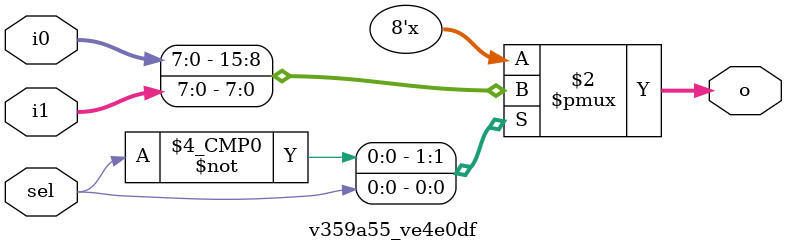
<source format=v>

`default_nettype none

module main #(
 parameter v7dcc91 = 44,
 parameter vc7e15e = 16,
 parameter vcb8c66 = 16,
 parameter vb4c034 = 32,
 parameter vfc27ae = 36,
 parameter v4ecf88 = 64,
 parameter v70f00e = 192,
 parameter v824f7d = 16
) (
 input [7:0] vc75b49,
 input [7:0] ve0ce24,
 input [7:0] v3610ac,
 input [7:0] v55960f,
 input [7:0] vfc5572,
 input [7:0] v72c72a,
 input [7:0] v49e9c8,
 input [7:0] v8a86c8,
 input [7:0] v604fda,
 output [7:0] ve6d7e4,
 output [7:0] v7c37d9,
 output [7:0] vfd9d0f,
 output [0:7] vinit
);
 localparam p27 = vb4c034;
 localparam p28 = vfc27ae;
 localparam p29 = v4ecf88;
 localparam p30 = v70f00e;
 localparam p34 = v824f7d;
 localparam p43 = vcb8c66;
 localparam p48 = v7dcc91;
 localparam p49 = vc7e15e;
 wire [0:7] w0;
 wire [0:7] w1;
 wire [0:7] w2;
 wire [0:6] w3;
 wire [0:6] w4;
 wire w5;
 wire w6;
 wire w7;
 wire w8;
 wire w9;
 wire w10;
 wire [0:7] w11;
 wire [0:3] w12;
 wire w13;
 wire w14;
 wire w15;
 wire w16;
 wire w17;
 wire w18;
 wire w19;
 wire w20;
 wire [0:7] w21;
 wire [0:7] w22;
 wire [0:7] w23;
 wire [0:1] w24;
 wire [0:7] w25;
 wire [0:7] w26;
 wire [0:7] w31;
 wire [0:7] w32;
 wire [0:7] w33;
 wire [0:7] w35;
 wire [0:7] w36;
 wire [0:7] w37;
 wire [0:7] w38;
 wire [0:7] w39;
 wire [0:7] w40;
 wire [0:7] w41;
 wire [0:7] w42;
 wire [0:1] w44;
 wire [0:7] w45;
 wire [0:7] w46;
 wire w47;
 wire [0:7] w50;
 wire [0:7] w51;
 wire [0:7] w52;
 wire [0:7] w53;
 wire [0:7] w54;
 wire [0:7] w55;
 wire [0:7] w56;
 wire [0:7] w57;
 wire [0:7] w58;
 wire [0:7] w59;
 wire [0:7] w60;
 wire [0:7] w61;
 wire [0:7] w62;
 wire [0:7] w63;
 wire [0:7] w64;
 wire [0:7] w65;
 wire [0:7] w66;
 wire [0:7] w67;
 wire [0:7] w68;
 wire [0:7] w69;
 wire [0:7] w70;
 wire [0:7] w71;
 wire [0:7] w72;
 wire [0:7] w73;
 wire [0:7] w74;
 wire [0:7] w75;
 wire [0:7] w76;
 wire [0:7] w77;
 wire [0:7] w78;
 wire [0:7] w79;
 wire [0:3] w80;
 wire [0:3] w81;
 wire [0:7] w82;
 wire [0:3] w83;
 wire [0:3] w84;
 wire [0:3] w85;
 wire [0:7] w86;
 wire [0:7] w87;
 wire [0:7] w88;
 wire [0:7] w89;
 assign w22 = vfc5572;
 assign ve6d7e4 = w23;
 assign w54 = vc75b49;
 assign w56 = ve0ce24;
 assign w57 = ve0ce24;
 assign w58 = ve0ce24;
 assign w59 = ve0ce24;
 assign w60 = ve0ce24;
 assign w61 = ve0ce24;
 assign w62 = ve0ce24;
 assign w63 = ve0ce24;
 assign w64 = ve0ce24;
 assign w65 = ve0ce24;
 assign w66 = ve0ce24;
 assign w67 = ve0ce24;
 assign v7c37d9 = w67;
 assign w70 = v3610ac;
 assign w71 = v3610ac;
 assign w72 = v3610ac;
 assign w73 = v3610ac;
 assign w74 = v3610ac;
 assign w75 = v3610ac;
 assign w76 = v3610ac;
 assign w78 = v55960f;
 assign w89 = v8a86c8;
 assign w8 = w5;
 assign w9 = w5;
 assign w9 = w8;
 assign w10 = w6;
 assign w13 = w6;
 assign w13 = w10;
 assign w15 = w5;
 assign w15 = w8;
 assign w15 = w9;
 assign w17 = w7;
 assign w19 = w18;
 assign w20 = w18;
 assign w20 = w19;
 assign w25 = w21;
 assign w33 = w26;
 assign w36 = w35;
 assign w37 = w35;
 assign w37 = w36;
 assign w38 = w35;
 assign w38 = w36;
 assign w38 = w37;
 assign w39 = w35;
 assign w39 = w36;
 assign w39 = w37;
 assign w39 = w38;
 assign w40 = w35;
 assign w40 = w36;
 assign w40 = w37;
 assign w40 = w38;
 assign w40 = w39;
 assign w41 = w35;
 assign w41 = w36;
 assign w41 = w37;
 assign w41 = w38;
 assign w41 = w39;
 assign w41 = w40;
 assign w42 = w35;
 assign w42 = w36;
 assign w42 = w37;
 assign w42 = w38;
 assign w42 = w39;
 assign w42 = w40;
 assign w42 = w41;
 assign w57 = w56;
 assign w58 = w56;
 assign w58 = w57;
 assign w59 = w56;
 assign w59 = w57;
 assign w59 = w58;
 assign w60 = w56;
 assign w60 = w57;
 assign w60 = w58;
 assign w60 = w59;
 assign w61 = w56;
 assign w61 = w57;
 assign w61 = w58;
 assign w61 = w59;
 assign w61 = w60;
 assign w62 = w56;
 assign w62 = w57;
 assign w62 = w58;
 assign w62 = w59;
 assign w62 = w60;
 assign w62 = w61;
 assign w63 = w56;
 assign w63 = w57;
 assign w63 = w58;
 assign w63 = w59;
 assign w63 = w60;
 assign w63 = w61;
 assign w63 = w62;
 assign w64 = w56;
 assign w64 = w57;
 assign w64 = w58;
 assign w64 = w59;
 assign w64 = w60;
 assign w64 = w61;
 assign w64 = w62;
 assign w64 = w63;
 assign w65 = w56;
 assign w65 = w57;
 assign w65 = w58;
 assign w65 = w59;
 assign w65 = w60;
 assign w65 = w61;
 assign w65 = w62;
 assign w65 = w63;
 assign w65 = w64;
 assign w66 = w56;
 assign w66 = w57;
 assign w66 = w58;
 assign w66 = w59;
 assign w66 = w60;
 assign w66 = w61;
 assign w66 = w62;
 assign w66 = w63;
 assign w66 = w64;
 assign w66 = w65;
 assign w67 = w56;
 assign w67 = w57;
 assign w67 = w58;
 assign w67 = w59;
 assign w67 = w60;
 assign w67 = w61;
 assign w67 = w62;
 assign w67 = w63;
 assign w67 = w64;
 assign w67 = w65;
 assign w67 = w66;
 assign w71 = w70;
 assign w72 = w70;
 assign w72 = w71;
 assign w73 = w70;
 assign w73 = w71;
 assign w73 = w72;
 assign w74 = w70;
 assign w74 = w71;
 assign w74 = w72;
 assign w74 = w73;
 assign w75 = w70;
 assign w75 = w71;
 assign w75 = w72;
 assign w75 = w73;
 assign w75 = w74;
 assign w76 = w70;
 assign w76 = w71;
 assign w76 = w72;
 assign w76 = w73;
 assign w76 = w74;
 assign w76 = w75;
 assign w81 = w80;
 assign w84 = w83;
 assign w85 = w83;
 assign w85 = w84;
 v36136f v2c9959 (
  .v5be714(w57),
  .v593755(w71),
  .vd006e6(w88)
 );
 v323be2 v8bf8fe (
  .v3515d4(w0),
  .v9bea93(w70)
 );
 v7d7474 vb06c37 (
  .ve41da3(w0),
  .v9c083a(w1)
 );
 v36136f vf52c15 (
  .v593755(w1),
  .v5be714(w56),
  .vd006e6(w87)
 );
 v85651a vc31643 (
  .vea7b5b(w60),
  .vc96239(w73),
  .v274c22(w82)
 );
 v323be2 v760dc4 (
  .v9bea93(w2),
  .v3515d4(w79)
 );
 v85651a vd0cd61 (
  .v274c22(w2),
  .vea7b5b(w59),
  .vc96239(w72)
 );
 vaf6fc9 v7d8ceb (
  .vb61f66(w3),
  .va191ad(w69)
 );
 vc80943 v15df47 (
  .v1ec852(w3),
  .v595263(w62)
 );
 v6348d5 v2201b2 (
  .vcff9d0(w4),
  .v869a97(w77)
 );
 vc80943 va17d28 (
  .v1ec852(w4),
  .v595263(w61)
 );
 v27fd6d vb1a3a7 (
  .v18e78c(w6),
  .v9892c7(w64),
  .v9f69ad(w75)
 );
 va21ae0 v538e54 (
  .v18e78c(w5),
  .v4145bb(w63),
  .v40cb98(w74)
 );
 v24496a v75955a (
  .v0e28cb(w5),
  .v3ca442(w6),
  .vcbab45(w7)
 );
 v528969 v7d7539 (
  .v0e28cb(w7),
  .v3ca442(w8),
  .vcbab45(w16)
 );
 v528969 v7e0594 (
  .v0e28cb(w9),
  .v3ca442(w10),
  .vcbab45(w14)
 );
 v36136f v90000b (
  .v593755(w11),
  .v5be714(w58),
  .vd006e6(w86)
 );
 v917222 vd81517 (
  .va191ad(w11),
  .v285646(w12),
  .v766044(w83)
 );
 va0b8df ve9245a (
  .va50a91(w12)
 );
 v7263b9 v74e9a4 (
  .v737e15(w13),
  .vf0dd0a(w14),
  .v15c355(w15),
  .v1b2099(w16),
  .ve5ee9d(w17),
  .v7fcaae(w18),
  .v858373(w19),
  .v21d803(w20),
  .va191ad(w53)
 );
 v21cfcc v214df7 (
  .v9fb85f(w18)
 );
 v49d51e vd141a5 (
  .vbdd51f(w21),
  .v3fb88b(w23),
  .vb4ed69(w25),
  .vcd2a33(w53),
  .v31c944(w55),
  .v06410a(w68),
  .v71c62f(w69),
  .va541fd(w77),
  .v9b8a50(w79),
  .ve81325(w80),
  .v30db33(w82),
  .v21e136(w86),
  .v062092(w87),
  .v3d1227(w88)
 );
 v3bf99b vb4fc85 (
  .vb096dc(w21)
 );
 v73403c v068e8c (
  .v595263(w22),
  .vf9119c(w80),
  .v85accc(w83)
 );
 v70125e vfcd93f (
  .ve57f84(w24),
  .v3d1227(w54),
  .v062092(w65),
  .v3fb88b(w68),
  .v21e136(w76),
  .vbdd51f(w78)
 );
 v18cbcb v5bc727 (
  .v735395(w24),
  .v0daf7d(w44),
  .v930b03(w84)
 );
 v49d51e v325b10 (
  .vcd2a33(w26),
  .vb6bab2(w31),
  .vd48707(w32),
  .vb4ed69(w33),
  .v3d1227(w35),
  .v062092(w36),
  .v21e136(w37),
  .vbdd51f(w38),
  .v30db33(w39),
  .v9b8a50(w40),
  .va541fd(w41),
  .v71c62f(w42),
  .v3f3f35(w52),
  .ve81325(w81)
 );
 v5ad97e #(
  .vc5c8ea(p27)
 ) v04d8fd (
  .v26dbdb(w26)
 );
 v5ad97e #(
  .vc5c8ea(p28)
 ) vf376a5 (
  .v26dbdb(w52)
 );
 v5ad97e #(
  .vc5c8ea(p29)
 ) v4cc0bc (
  .v26dbdb(w31)
 );
 v5ad97e #(
  .vc5c8ea(p30)
 ) vf72751 (
  .v26dbdb(w32)
 );
 v5ad97e #(
  .vc5c8ea(p34)
 ) v32e16a (
  .v26dbdb(w35)
 );
 v5ad97e #(
  .vc5c8ea(p43)
 ) v8898d4 (
  .v26dbdb(w46)
 );
 v9f8856 ve26ac1 (
  .v276bb9(w44),
  .va191ad(w45)
 );
 vd63ed5 v7cd2a6 (
  .vea7b5b(w45),
  .vc96239(w46)
 );
 v147de6 v17015d (
  .v9ffacd(w47),
  .v930b03(w85)
 );
 v359a55 v44a780 (
  .v50d6c6(w47),
  .vf24dba(w55),
  .v02d898(w66),
  .vd6b984(w89)
 );
 v359a55 ve65d04 (
  .vd6b984(w50),
  .v02d898(w51)
 );
 v5ad97e #(
  .vc5c8ea(p48)
 ) v38cf94 (
  .v26dbdb(w51)
 );
 v5ad97e #(
  .vc5c8ea(p49)
 ) vca1782 (
  .v26dbdb(w50)
 );
 assign vinit = 8'b00000000;
endmodule

/*-------------------------------------------------*/
/*-- alu1  */
/*-- - - - - - - - - - - - - - - - - - - - - - - --*/
/*-- 
/*-------------------------------------------------*/
//---- Top entity
module v36136f (
 input [7:0] v5be714,
 input [7:0] v593755,
 output v654087,
 output [7:0] vd006e6
);
 wire w0;
 wire [0:7] w1;
 wire [0:7] w2;
 wire [0:7] w3;
 assign v654087 = w0;
 assign w1 = v593755;
 assign vd006e6 = w2;
 assign w3 = v5be714;
 v36136f_va0c26a va0c26a (
  .c(w0),
  .b(w1),
  .s(w2),
  .a(w3)
 );
endmodule

/*-------------------------------------------------*/
/*-- sum-2p-8bits-carry  */
/*-- - - - - - - - - - - - - - - - - - - - - - - --*/
/*-- Sumador  de 8 bits, con acarreo
/*-------------------------------------------------*/

module v36136f_va0c26a (
 input [7:0] a,
 input [7:0] b,
 output c,
 output [7:0] s
);
 wire [8:0] temp;
 assign temp = {1'b0, a} + {1'b0, b};
 assign s = temp[7:0];
 assign c = temp[8];
 //--test
endmodule
//---- Top entity
module v323be2 (
 input [7:0] v9bea93,
 output [7:0] v3515d4
);
 wire [0:7] w0;
 wire [0:7] w1;
 assign w0 = v9bea93;
 assign v3515d4 = w1;
 v323be2_vd54ca1 vd54ca1 (
  .a(w0),
  .c(w1)
 );
endmodule

/*-------------------------------------------------*/
/*-- NOT-8bits  */
/*-- - - - - - - - - - - - - - - - - - - - - - - --*/
/*-- Puerta NOT para bus de 8 bits
/*-------------------------------------------------*/

module v323be2_vd54ca1 (
 input [7:0] a,
 output [7:0] c
);
 //-- Puerta NOT
 
 //-- module (input wire a, output wire c);
 
 
 assign c = ~a;
 
 
 //-- endmodule
 
endmodule
//---- Top entity
module v7d7474 #(
 parameter v8d305c = 1
) (
 input [7:0] ve41da3,
 output [7:0] v9c083a
);
 localparam p0 = v8d305c;
 wire [0:7] w1;
 wire [0:7] w2;
 assign w1 = ve41da3;
 assign v9c083a = w2;
 v7d7474_va0c26a #(
  .k(p0)
 ) va0c26a (
  .a(w1),
  .s(w2)
 );
endmodule

/*-------------------------------------------------*/
/*-- sum-1op-8bits  */
/*-- - - - - - - - - - - - - - - - - - - - - - - --*/
/*-- Sumador de un operando de 8 bits con una constante pasada como parámetro (No hay accarreo)
/*-------------------------------------------------*/

module v7d7474_va0c26a #(
 parameter k = 0
) (
 input [7:0] a,
 output [7:0] s
);
 assign s = a + k;
endmodule
//---- Top entity
module v85651a (
 input [7:0] vea7b5b,
 input [7:0] vc96239,
 output [7:0] v274c22
);
 wire [0:7] w0;
 wire [0:7] w1;
 wire [0:7] w2;
 assign w0 = vea7b5b;
 assign v274c22 = w1;
 assign w2 = vc96239;
 v85651a_vce9fab vce9fab (
  .a(w0),
  .o(w1),
  .b(w2)
 );
endmodule

/*-------------------------------------------------*/
/*-- AND-8  */
/*-- - - - - - - - - - - - - - - - - - - - - - - --*/
/*-- AND bit a bit entre dos buses de 8 bits
/*-------------------------------------------------*/

module v85651a_vce9fab (
 input [7:0] a,
 input [7:0] b,
 output [7:0] o
);
 assign o = a & b;
 
endmodule
//---- Top entity
module vaf6fc9 (
 input v4ef985,
 input [6:0] vb61f66,
 output [7:0] va191ad
);
 wire [0:6] w0;
 wire w1;
 wire [0:7] w2;
 assign w0 = vb61f66;
 assign w1 = v4ef985;
 assign va191ad = w2;
 vaf6fc9_v9a2a06 v9a2a06 (
  .i0(w0),
  .i1(w1),
  .o(w2)
 );
endmodule

/*-------------------------------------------------*/
/*-- Agregador-bus  */
/*-- - - - - - - - - - - - - - - - - - - - - - - --*/
/*-- Agregador de 1 cable y un bus de 7-bits a bus de 8-bits
/*-------------------------------------------------*/

module vaf6fc9_v9a2a06 (
 input i1,
 input [6:0] i0,
 output [7:0] o
);
 assign o = {i1, i0};
 
endmodule
//---- Top entity
module vc80943 (
 input [7:0] v595263,
 output v57076f,
 output [6:0] v1ec852
);
 wire [0:7] w0;
 wire w1;
 wire [0:6] w2;
 assign w0 = v595263;
 assign v57076f = w1;
 assign v1ec852 = w2;
 vc80943_v9a2a06 v9a2a06 (
  .i(w0),
  .o1(w1),
  .o0(w2)
 );
endmodule

/*-------------------------------------------------*/
/*-- Separador-bus-1-7  */
/*-- - - - - - - - - - - - - - - - - - - - - - - --*/
/*-- Separador de bus de 8-bits en 2 buses de 1 y 7 bits
/*-------------------------------------------------*/

module vc80943_v9a2a06 (
 input [7:0] i,
 output o1,
 output [6:0] o0
);
 assign o1 = i[7];
 assign o0 = i[6:0];
endmodule
//---- Top entity
module v6348d5 (
 input [6:0] vcff9d0,
 input v428b2b,
 output [7:0] v869a97
);
 wire [0:6] w0;
 wire w1;
 wire [0:7] w2;
 assign w0 = vcff9d0;
 assign w1 = v428b2b;
 assign v869a97 = w2;
 v6348d5_v9a2a06 v9a2a06 (
  .i1(w0),
  .i0(w1),
  .o(w2)
 );
endmodule

/*-------------------------------------------------*/
/*-- Agregador-bus  */
/*-- - - - - - - - - - - - - - - - - - - - - - - --*/
/*-- Agregador de un bus de 7 bits y un cable a bus de 8-bits
/*-------------------------------------------------*/

module v6348d5_v9a2a06 (
 input [6:0] i1,
 input i0,
 output [7:0] o
);
 assign o = {i1, i0};
 
endmodule
//---- Top entity
module v27fd6d (
 input [7:0] v9892c7,
 input [7:0] v9f69ad,
 output v18e78c
);
 wire w0;
 wire [0:7] w1;
 wire [0:7] w2;
 assign v18e78c = w0;
 assign w1 = v9f69ad;
 assign w2 = v9892c7;
 v27fd6d_vd75681 vd75681 (
  .eq(w0),
  .b(w1),
  .a(w2)
 );
endmodule

/*-------------------------------------------------*/
/*-- Menor-que-2-op  */
/*-- - - - - - - - - - - - - - - - - - - - - - - --*/
/*-- Comparador menor que, de dos operandos de 8 bits
/*-------------------------------------------------*/

module v27fd6d_vd75681 (
 input [7:0] a,
 input [7:0] b,
 output eq
);
 assign eq = (a < b);
endmodule
//---- Top entity
module va21ae0 (
 input [7:0] v4145bb,
 input [7:0] v40cb98,
 output v18e78c
);
 wire w0;
 wire [0:7] w1;
 wire [0:7] w2;
 assign v18e78c = w0;
 assign w1 = v40cb98;
 assign w2 = v4145bb;
 va21ae0_vd75681 vd75681 (
  .eq(w0),
  .b(w1),
  .a(w2)
 );
endmodule

/*-------------------------------------------------*/
/*-- Comparador de dos operandos  */
/*-- - - - - - - - - - - - - - - - - - - - - - - --*/
/*-- Comparador de dos operandos de 8 bits
/*-------------------------------------------------*/

module va21ae0_vd75681 (
 input [7:0] a,
 input [7:0] b,
 output eq
);
 assign eq = (a == b);
endmodule
//---- Top entity
module v24496a (
 input v0e28cb,
 input v3ca442,
 output vcbab45
);
 wire w0;
 wire w1;
 wire w2;
 assign w0 = v0e28cb;
 assign w1 = v3ca442;
 assign vcbab45 = w2;
 v24496a_vf4938a vf4938a (
  .a(w0),
  .b(w1),
  .c(w2)
 );
endmodule

/*-------------------------------------------------*/
/*-- NOR  */
/*-- - - - - - - - - - - - - - - - - - - - - - - --*/
/*-- NOR logic gate
/*-------------------------------------------------*/

module v24496a_vf4938a (
 input a,
 input b,
 output c
);
 // NOR logic gate
 
 assign c = ~(a | b);
endmodule
//---- Top entity
module v528969 (
 input v0e28cb,
 input v3ca442,
 output vcbab45
);
 wire w0;
 wire w1;
 wire w2;
 assign w0 = v0e28cb;
 assign w1 = v3ca442;
 assign vcbab45 = w2;
 v528969_vf4938a vf4938a (
  .a(w0),
  .b(w1),
  .c(w2)
 );
endmodule

/*-------------------------------------------------*/
/*-- OR  */
/*-- - - - - - - - - - - - - - - - - - - - - - - --*/
/*-- OR logic gate
/*-------------------------------------------------*/

module v528969_vf4938a (
 input a,
 input b,
 output c
);
 // OR logic gate
 
 assign c = a | b;
endmodule
//---- Top entity
module v917222 (
 input [3:0] v285646,
 input [3:0] v766044,
 output [7:0] va191ad
);
 wire [0:3] w0;
 wire [0:3] w1;
 wire [0:7] w2;
 assign w0 = v766044;
 assign w1 = v285646;
 assign va191ad = w2;
 v917222_v9a2a06 v9a2a06 (
  .i0(w0),
  .i1(w1),
  .o(w2)
 );
endmodule

/*-------------------------------------------------*/
/*-- Agregador-bus  */
/*-- - - - - - - - - - - - - - - - - - - - - - - --*/
/*-- Agregador de 2 buses de 4-bits a bus de 8-bits
/*-------------------------------------------------*/

module v917222_v9a2a06 (
 input [3:0] i1,
 input [3:0] i0,
 output [7:0] o
);
 assign o = {i1, i0};
 
endmodule
//---- Top entity
module va0b8df #(
 parameter vfffc23 = 0
) (
 output [3:0] va50a91
);
 localparam p0 = vfffc23;
 wire [0:3] w1;
 assign va50a91 = w1;
 v9274d3 #(
  .vc5c8ea(p0)
 ) v8800c6 (
  .v00a92d(w1)
 );
endmodule

/*-------------------------------------------------*/
/*-- Valor_0_4bits  */
/*-- - - - - - - - - - - - - - - - - - - - - - - --*/
/*-- Valor constante 0 para bus de 4 bits
/*-------------------------------------------------*/
//---- Top entity
module v9274d3 #(
 parameter vc5c8ea = 0
) (
 output [3:0] v00a92d
);
 localparam p1 = vc5c8ea;
 wire [0:3] w0;
 assign v00a92d = w0;
 v9274d3_v465065 #(
  .VALUE(p1)
 ) v465065 (
  .k(w0)
 );
endmodule

/*-------------------------------------------------*/
/*-- Constante-4bits  */
/*-- - - - - - - - - - - - - - - - - - - - - - - --*/
/*-- Valor genérico constante, de 4 bits. Su valor se introduce como parámetro. Por defecto vale 0
/*-------------------------------------------------*/

module v9274d3_v465065 #(
 parameter VALUE = 0
) (
 output [3:0] k
);
 assign k = VALUE;
endmodule
//---- Top entity
module v7263b9 (
 input v7fcaae,
 input v858373,
 input v21d803,
 input ve5ee9d,
 input v1b2099,
 input v15c355,
 input vf0dd0a,
 input v737e15,
 output [7:0] va191ad
);
 wire [0:7] w0;
 wire w1;
 wire w2;
 wire w3;
 wire w4;
 wire w5;
 wire w6;
 wire w7;
 wire w8;
 assign va191ad = w0;
 assign w1 = v7fcaae;
 assign w2 = v858373;
 assign w3 = v21d803;
 assign w4 = ve5ee9d;
 assign w5 = v1b2099;
 assign w6 = v15c355;
 assign w7 = vf0dd0a;
 assign w8 = v737e15;
 v7263b9_v9a2a06 v9a2a06 (
  .o(w0),
  .i7(w1),
  .i6(w2),
  .i5(w3),
  .i4(w4),
  .i3(w5),
  .i2(w6),
  .i1(w7),
  .i0(w8)
 );
endmodule

/*-------------------------------------------------*/
/*-- Agregador-bus  */
/*-- - - - - - - - - - - - - - - - - - - - - - - --*/
/*-- Agregador de 8 cables de 1-bit a bus de 8-bits
/*-------------------------------------------------*/

module v7263b9_v9a2a06 (
 input i7,
 input i6,
 input i5,
 input i4,
 input i3,
 input i2,
 input i1,
 input i0,
 output [7:0] o
);
 assign o = {i7, i6, i5, i4, i3, i2, i1, i0};
 
endmodule
//---- Top entity
module v21cfcc (
 output v9fb85f
);
 wire w0;
 assign v9fb85f = w0;
 v21cfcc_vb2eccd vb2eccd (
  .q(w0)
 );
endmodule

/*-------------------------------------------------*/
/*-- 0  */
/*-- - - - - - - - - - - - - - - - - - - - - - - --*/
/*-- Un bit constante a 0
/*-------------------------------------------------*/

module v21cfcc_vb2eccd (
 output q
);
 //-- Bit constante a 0
 assign q = 1'b0;
 
 
endmodule
//---- Top entity
module v49d51e (
 input [7:0] v732d31,
 input [7:0] vb4ed69,
 input [7:0] vd48707,
 input [7:0] vb6bab2,
 input [7:0] v3f3f35,
 input [7:0] vcd2a33,
 input [7:0] v31c944,
 input [7:0] v06410a,
 input [7:0] v71c62f,
 input [7:0] va541fd,
 input [7:0] v9b8a50,
 input [7:0] v30db33,
 input [7:0] vbdd51f,
 input [7:0] v21e136,
 input [7:0] v062092,
 input [7:0] v3d1227,
 input [3:0] ve81325,
 output [7:0] v3fb88b
);
 wire [0:7] w0;
 wire [0:7] w1;
 wire [0:7] w2;
 wire [0:7] w3;
 wire [0:7] w4;
 wire [0:7] w5;
 wire [0:7] w6;
 wire [0:7] w7;
 wire [0:7] w8;
 wire [0:7] w9;
 wire [0:7] w10;
 wire [0:7] w11;
 wire [0:7] w12;
 wire [0:7] w13;
 wire [0:7] w14;
 wire [0:7] w15;
 wire [0:7] w16;
 wire [0:3] w17;
 assign v3fb88b = w0;
 assign w1 = v062092;
 assign w2 = v3d1227;
 assign w3 = v21e136;
 assign w4 = vbdd51f;
 assign w5 = v30db33;
 assign w6 = v71c62f;
 assign w7 = va541fd;
 assign w8 = v9b8a50;
 assign w9 = v06410a;
 assign w10 = v31c944;
 assign w11 = vcd2a33;
 assign w12 = v3f3f35;
 assign w13 = vb6bab2;
 assign w14 = vd48707;
 assign w15 = vb4ed69;
 assign w16 = v732d31;
 assign w17 = ve81325;
 v49d51e_ve4e0df ve4e0df (
  .o(w0),
  .i1(w1),
  .i0(w2),
  .i2(w3),
  .i3(w4),
  .i4(w5),
  .i7(w6),
  .i6(w7),
  .i5(w8),
  .i8(w9),
  .i9(w10),
  .i10(w11),
  .i11(w12),
  .i12(w13),
  .i13(w14),
  .i14(w15),
  .i15(w16),
  .s(w17)
 );
endmodule

/*-------------------------------------------------*/
/*-- Mux-16-1- 8bits  */
/*-- - - - - - - - - - - - - - - - - - - - - - - --*/
/*-- Multiplexor de 16 a 1 de 8 bits
/*-------------------------------------------------*/

module v49d51e_ve4e0df (
 input [7:0] i15,
 input [7:0] i14,
 input [7:0] i13,
 input [7:0] i12,
 input [7:0] i11,
 input [7:0] i10,
 input [7:0] i9,
 input [7:0] i8,
 input [7:0] i7,
 input [7:0] i6,
 input [7:0] i5,
 input [7:0] i4,
 input [7:0] i3,
 input [7:0] i2,
 input [7:0] i1,
 input [7:0] i0,
 input [3:0] s,
 output [7:0] o
);
 //-- Multiplexor de 16 a 1, 
 //-- de 8 bits
 
 assign o = (s == 4'h0) ? i0 :
            (s == 4'h1) ? i1 :
            (s == 4'h2) ? i2 : 
            (s == 4'h3) ? i3 :
            (s == 4'h4) ? i4 :
            (s == 4'h5) ? i5 :
            (s == 4'h6) ? i6 :
            (s == 4'h7) ? i7 :
            (s == 4'h8) ? i8 :
            (s == 4'h9) ? i9 :
            (s == 4'ha) ? i10 : 
            (s == 4'hb) ? i11 :
            (s == 4'hc) ? i12 :
            (s == 4'hd) ? i13 :
            (s == 4'he) ? i14 :
            (s == 4'hf) ? i15 :
            4'h0;
            
 
 
endmodule
//---- Top entity
module v3bf99b #(
 parameter vfffc23 = 0
) (
 output [7:0] vb096dc
);
 localparam p0 = vfffc23;
 wire [0:7] w1;
 assign vb096dc = w1;
 v5ad97e #(
  .vc5c8ea(p0)
 ) v68b2cc (
  .v26dbdb(w1)
 );
endmodule

/*-------------------------------------------------*/
/*-- Valor_0_8bits  */
/*-- - - - - - - - - - - - - - - - - - - - - - - --*/
/*-- Valor constante 0 para bus de 8 bits
/*-------------------------------------------------*/
//---- Top entity
module v5ad97e #(
 parameter vc5c8ea = 0
) (
 output [7:0] v26dbdb
);
 localparam p0 = vc5c8ea;
 wire [0:7] w1;
 assign v26dbdb = w1;
 v5ad97e_v465065 #(
  .VALUE(p0)
 ) v465065 (
  .k(w1)
 );
endmodule

/*-------------------------------------------------*/
/*-- Constante-8bits  */
/*-- - - - - - - - - - - - - - - - - - - - - - - --*/
/*-- Valor genérico constante, de 8 bits. Su valor se introduce como parámetro. Por defecto vale 0
/*-------------------------------------------------*/

module v5ad97e_v465065 #(
 parameter VALUE = 0
) (
 output [7:0] k
);
 assign k = VALUE;
endmodule
//---- Top entity
module v73403c (
 input [7:0] v595263,
 output [3:0] vf9119c,
 output [3:0] v85accc
);
 wire [0:3] w0;
 wire [0:3] w1;
 wire [0:7] w2;
 assign vf9119c = w0;
 assign v85accc = w1;
 assign w2 = v595263;
 v73403c_v9a2a06 v9a2a06 (
  .o1(w0),
  .o0(w1),
  .i(w2)
 );
endmodule

/*-------------------------------------------------*/
/*-- Separador-bus  */
/*-- - - - - - - - - - - - - - - - - - - - - - - --*/
/*-- Separador de bus de 8-bits en buses de 4 bits
/*-------------------------------------------------*/

module v73403c_v9a2a06 (
 input [7:0] i,
 output [3:0] o1,
 output [3:0] o0
);
 assign o1 = i[7:4];
 assign o0 = i[3:0];
endmodule
//---- Top entity
module v70125e (
 input [7:0] vbdd51f,
 input [7:0] v21e136,
 input [7:0] v062092,
 input [7:0] v3d1227,
 input [1:0] ve57f84,
 output [7:0] v3fb88b
);
 wire [0:7] w0;
 wire [0:7] w1;
 wire [0:7] w2;
 wire [0:7] w3;
 wire [0:7] w4;
 wire [0:1] w5;
 assign v3fb88b = w0;
 assign w1 = v3d1227;
 assign w2 = v062092;
 assign w3 = v21e136;
 assign w4 = vbdd51f;
 assign w5 = ve57f84;
 v70125e_ve4e0df ve4e0df (
  .o(w0),
  .i0(w1),
  .i1(w2),
  .i2(w3),
  .i3(w4),
  .s(w5)
 );
endmodule

/*-------------------------------------------------*/
/*-- 8bits-Mux-4-1-bus  */
/*-- - - - - - - - - - - - - - - - - - - - - - - --*/
/*-- Multiplexor de 4 a 1 de 8 bits
/*-------------------------------------------------*/

module v70125e_ve4e0df (
 input [7:0] i3,
 input [7:0] i2,
 input [7:0] i1,
 input [7:0] i0,
 input [1:0] s,
 output [7:0] o
);
 //-- Multiplexor de 4 a 1, 
 //-- de 8 bits
 
 assign o = (s == 2'b00) ? i0 :
            (s == 2'b01) ? i1 :
            (s == 2'b10) ? i2 : i3;
 
 
endmodule
//---- Top entity
module v18cbcb (
 input [3:0] v930b03,
 output [1:0] v0daf7d,
 output [1:0] v735395
);
 wire [0:1] w0;
 wire [0:1] w1;
 wire [0:3] w2;
 assign v0daf7d = w0;
 assign v735395 = w1;
 assign w2 = v930b03;
 v18cbcb_v9a2a06 v9a2a06 (
  .o1(w0),
  .o0(w1),
  .i(w2)
 );
endmodule

/*-------------------------------------------------*/
/*-- Separador-bus  */
/*-- - - - - - - - - - - - - - - - - - - - - - - --*/
/*-- Separador de bus de 4-bits en buses de 2 bits
/*-------------------------------------------------*/

module v18cbcb_v9a2a06 (
 input [3:0] i,
 output [1:0] o1,
 output [1:0] o0
);
 assign o1 = i[3:2];
 assign o0 = i[1:0];
endmodule
//---- Top entity
module v9f8856 (
 input [5:0] v7c0b91,
 input [1:0] v276bb9,
 output [7:0] va191ad
);
 wire [0:7] w0;
 wire [0:1] w1;
 wire [0:5] w2;
 assign va191ad = w0;
 assign w1 = v276bb9;
 assign w2 = v7c0b91;
 v9f8856_v9a2a06 v9a2a06 (
  .o(w0),
  .i0(w1),
  .i1(w2)
 );
endmodule

/*-------------------------------------------------*/
/*-- Agregador-bus-6-2  */
/*-- - - - - - - - - - - - - - - - - - - - - - - --*/
/*-- Agregador de 2 buses de 6 y 2-bits a bus de 8-bits
/*-------------------------------------------------*/

module v9f8856_v9a2a06 (
 input [5:0] i1,
 input [1:0] i0,
 output [7:0] o
);
 assign o = {i1, i0};
 
endmodule
//---- Top entity
module vd63ed5 (
 input [7:0] vea7b5b,
 input [7:0] vc96239,
 output [7:0] v274c22
);
 wire [0:7] w0;
 wire [0:7] w1;
 wire [0:7] w2;
 assign w0 = vea7b5b;
 assign v274c22 = w1;
 assign w2 = vc96239;
 vd63ed5_vce9fab vce9fab (
  .a(w0),
  .o(w1),
  .b(w2)
 );
endmodule

/*-------------------------------------------------*/
/*-- OR-8  */
/*-- - - - - - - - - - - - - - - - - - - - - - - --*/
/*-- OR bit a bit entre dos buses de 8 bits
/*-------------------------------------------------*/

module vd63ed5_vce9fab (
 input [7:0] a,
 input [7:0] b,
 output [7:0] o
);
 assign o = a | b;
 
endmodule
//---- Top entity
module v147de6 (
 input [3:0] v930b03,
 output [2:0] vf96989,
 output v9ffacd
);
 wire [0:3] w0;
 wire [0:2] w1;
 wire w2;
 assign w0 = v930b03;
 assign vf96989 = w1;
 assign v9ffacd = w2;
 v147de6_v9a2a06 v9a2a06 (
  .i(w0),
  .o1(w1),
  .o0(w2)
 );
endmodule

/*-------------------------------------------------*/
/*-- Separador-bus  */
/*-- - - - - - - - - - - - - - - - - - - - - - - --*/
/*-- Separador de bus de 4-bits en bus de 3 bits y cable
/*-------------------------------------------------*/

module v147de6_v9a2a06 (
 input [3:0] i,
 output [2:0] o1,
 output o0
);
 assign o1 = i[3:1];
 assign o0 = i[0];
endmodule
//---- Top entity
module v359a55 (
 input [7:0] v02d898,
 input [7:0] vd6b984,
 input v50d6c6,
 output [7:0] vf24dba
);
 wire w0;
 wire [0:7] w1;
 wire [0:7] w2;
 wire [0:7] w3;
 assign w0 = v50d6c6;
 assign w1 = vd6b984;
 assign w2 = v02d898;
 assign vf24dba = w3;
 v359a55_ve4e0df ve4e0df (
  .sel(w0),
  .i0(w1),
  .i1(w2),
  .o(w3)
 );
endmodule

/*-------------------------------------------------*/
/*-- Mux 2 a 1 de 8 bits  */
/*-- - - - - - - - - - - - - - - - - - - - - - - --*/
/*-- Multiplexor de 2 a 1 de 8 bits
/*-------------------------------------------------*/

module v359a55_ve4e0df (
 input [7:0] i1,
 input [7:0] i0,
 input sel,
 output [7:0] o
);
 //-- Multiplexor de 2 a 1, 
 //-- de 8 bits
 
 reg [7:0] o;
 
 always @(*) begin
     case(sel)
         0: o = i0;
         1: o = i1;
         default: o = i0;
     endcase
 end
 
 
endmodule

</source>
